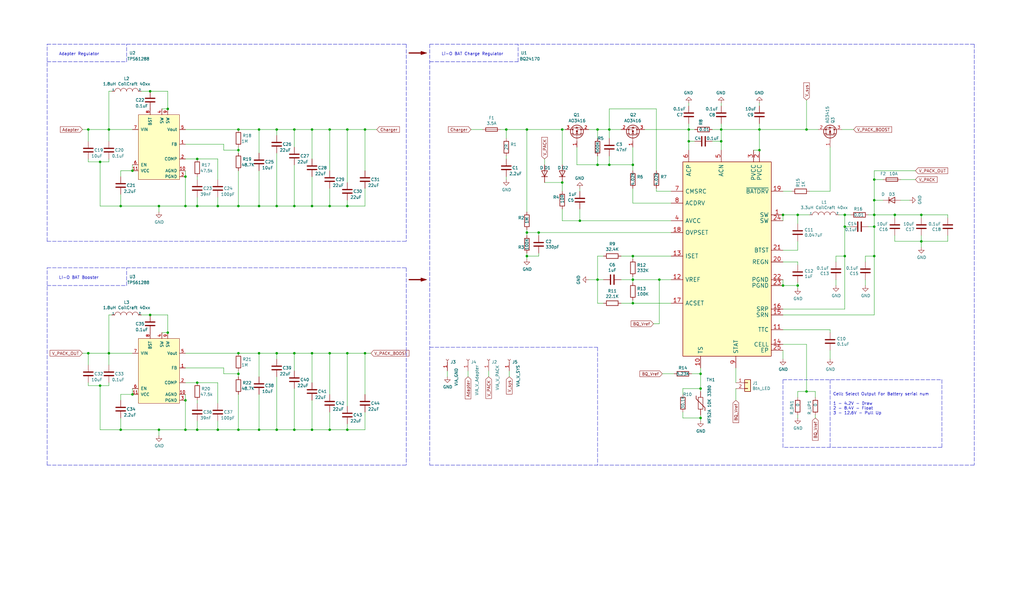
<source format=kicad_sch>
(kicad_sch (version 20211123) (generator eeschema)
  (paper "User" 441.808 259.41)
  (junction (at 46.99 55.88))
  (junction (at 80.01 76.2))
  (junction (at 327.66 55.88))
  (junction (at 72.39 143.51))
  (junction (at 257.81 120.65))
  (junction (at 242.57 55.88))
  (junction (at 142.24 55.88))
  (junction (at 273.05 120.65))
  (junction (at 102.87 161.29))
  (junction (at 52.07 88.9))
  (junction (at 297.18 55.88))
  (junction (at 377.19 86.36))
  (junction (at 134.62 88.9))
  (junction (at 386.08 92.71))
  (junction (at 273.05 110.49))
  (junction (at 149.86 55.88))
  (junction (at 242.57 78.74))
  (junction (at 64.77 135.89))
  (junction (at 347.98 168.91))
  (junction (at 119.38 55.88))
  (junction (at 157.48 152.4))
  (junction (at 93.98 88.9))
  (junction (at 46.99 152.4))
  (junction (at 102.87 55.88))
  (junction (at 102.87 64.77))
  (junction (at 119.38 88.9))
  (junction (at 262.89 71.12))
  (junction (at 93.98 185.42))
  (junction (at 57.15 170.18))
  (junction (at 227.33 110.49))
  (junction (at 227.33 100.33))
  (junction (at 397.51 92.71))
  (junction (at 157.48 55.88))
  (junction (at 38.1 152.4))
  (junction (at 302.26 167.64))
  (junction (at 68.58 88.9))
  (junction (at 142.24 185.42))
  (junction (at 397.51 104.14))
  (junction (at 327.66 64.77))
  (junction (at 43.18 166.37))
  (junction (at 102.87 88.9))
  (junction (at 52.07 185.42))
  (junction (at 134.62 55.88))
  (junction (at 134.62 185.42))
  (junction (at 134.62 152.4))
  (junction (at 218.44 55.88))
  (junction (at 262.89 55.88))
  (junction (at 68.58 185.42))
  (junction (at 127 88.9))
  (junction (at 337.82 123.19))
  (junction (at 111.76 185.42))
  (junction (at 284.48 120.65))
  (junction (at 344.17 92.71))
  (junction (at 227.33 55.88))
  (junction (at 250.19 95.25))
  (junction (at 347.98 55.88))
  (junction (at 364.49 92.71))
  (junction (at 85.09 88.9))
  (junction (at 311.15 55.88))
  (junction (at 72.39 46.99))
  (junction (at 377.19 92.71))
  (junction (at 257.81 55.88))
  (junction (at 43.18 69.85))
  (junction (at 64.77 39.37))
  (junction (at 80.01 172.72))
  (junction (at 344.17 123.19))
  (junction (at 111.76 88.9))
  (junction (at 85.09 165.1))
  (junction (at 111.76 152.4))
  (junction (at 377.19 77.47))
  (junction (at 127 185.42))
  (junction (at 377.19 97.79))
  (junction (at 102.87 185.42))
  (junction (at 364.49 97.79))
  (junction (at 149.86 185.42))
  (junction (at 80.01 185.42))
  (junction (at 297.18 60.96))
  (junction (at 311.15 60.96))
  (junction (at 142.24 152.4))
  (junction (at 119.38 185.42))
  (junction (at 85.09 185.42))
  (junction (at 364.49 110.49))
  (junction (at 80.01 88.9))
  (junction (at 377.19 110.49))
  (junction (at 302.26 161.29))
  (junction (at 127 152.4))
  (junction (at 149.86 152.4))
  (junction (at 149.86 88.9))
  (junction (at 102.87 152.4))
  (junction (at 85.09 68.58))
  (junction (at 337.82 92.71))
  (junction (at 302.26 180.34))
  (junction (at 273.05 71.12))
  (junction (at 119.38 152.4))
  (junction (at 127 55.88))
  (junction (at 111.76 55.88))
  (junction (at 232.41 100.33))
  (junction (at 273.05 130.81))
  (junction (at 257.81 71.12))
  (junction (at 142.24 88.9))
  (junction (at 57.15 73.66))
  (junction (at 38.1 55.88))
  (wire (pts (xy 344.17 179.07) (xy 344.17 180.34)))
  (wire (pts (xy 80.01 170.18) (xy 80.01 172.72)))
  (wire (pts (xy 85.09 172.72) (xy 85.09 173.99)))
  (wire (pts (xy 397.51 104.14) (xy 408.94 104.14)))
  (wire (pts (xy 364.49 97.79) (xy 367.03 97.79)))
  (wire (pts (xy 218.44 76.2) (xy 218.44 77.47)))
  (wire (pts (xy 227.33 109.22) (xy 227.33 110.49)))
  (polyline (pts (xy 20.32 104.14) (xy 20.32 19.05)))
  (wire (pts (xy 257.81 67.31) (xy 257.81 71.12)))
  (wire (pts (xy 102.87 64.77) (xy 102.87 66.04)))
  (wire (pts (xy 311.15 53.34) (xy 311.15 55.88)))
  (wire (pts (xy 327.66 53.34) (xy 327.66 55.88)))
  (wire (pts (xy 102.87 55.88) (xy 111.76 55.88)))
  (wire (pts (xy 102.87 73.66) (xy 102.87 88.9)))
  (wire (pts (xy 102.87 160.02) (xy 102.87 161.29)))
  (wire (pts (xy 262.89 55.88) (xy 262.89 46.99)))
  (wire (pts (xy 48.26 135.89) (xy 46.99 135.89)))
  (wire (pts (xy 254 55.88) (xy 257.81 55.88)))
  (wire (pts (xy 219.71 160.02) (xy 219.71 162.56)))
  (polyline (pts (xy 20.32 200.66) (xy 20.32 115.57)))
  (wire (pts (xy 80.01 62.23) (xy 96.52 62.23)))
  (wire (pts (xy 267.97 120.65) (xy 273.05 120.65)))
  (wire (pts (xy 257.81 59.69) (xy 257.81 55.88)))
  (wire (pts (xy 344.17 104.14) (xy 344.17 107.95)))
  (wire (pts (xy 262.89 67.31) (xy 262.89 71.12)))
  (wire (pts (xy 232.41 109.22) (xy 232.41 110.49)))
  (wire (pts (xy 38.1 165.1) (xy 38.1 166.37)))
  (wire (pts (xy 302.26 167.64) (xy 294.64 167.64)))
  (wire (pts (xy 363.22 55.88) (xy 368.3 55.88)))
  (wire (pts (xy 201.93 160.02) (xy 201.93 162.56)))
  (wire (pts (xy 119.38 154.94) (xy 119.38 152.4)))
  (wire (pts (xy 283.21 46.99) (xy 283.21 73.66)))
  (wire (pts (xy 297.18 53.34) (xy 297.18 55.88)))
  (wire (pts (xy 127 55.88) (xy 134.62 55.88)))
  (polyline (pts (xy 337.82 163.83) (xy 406.4 163.83)))
  (wire (pts (xy 358.14 142.24) (xy 358.14 143.51)))
  (wire (pts (xy 38.1 166.37) (xy 43.18 166.37)))
  (wire (pts (xy 232.41 100.33) (xy 232.41 101.6)))
  (wire (pts (xy 337.82 92.71) (xy 337.82 95.25)))
  (wire (pts (xy 242.57 55.88) (xy 242.57 71.12)))
  (wire (pts (xy 227.33 55.88) (xy 227.33 91.44)))
  (polyline (pts (xy 54.61 123.19) (xy 54.61 115.57)))
  (wire (pts (xy 227.33 99.06) (xy 227.33 100.33)))
  (wire (pts (xy 297.18 55.88) (xy 299.72 55.88)))
  (wire (pts (xy 284.48 139.7) (xy 284.48 120.65)))
  (wire (pts (xy 337.82 92.71) (xy 344.17 92.71)))
  (wire (pts (xy 57.15 71.12) (xy 57.15 73.66)))
  (wire (pts (xy 284.48 120.65) (xy 289.56 120.65)))
  (wire (pts (xy 254 120.65) (xy 257.81 120.65)))
  (wire (pts (xy 349.25 82.55) (xy 358.14 82.55)))
  (wire (pts (xy 57.15 170.18) (xy 52.07 170.18)))
  (wire (pts (xy 142.24 88.9) (xy 134.62 88.9)))
  (wire (pts (xy 157.48 73.66) (xy 157.48 55.88)))
  (wire (pts (xy 273.05 119.38) (xy 273.05 120.65)))
  (wire (pts (xy 262.89 71.12) (xy 273.05 71.12)))
  (wire (pts (xy 381 86.36) (xy 377.19 86.36)))
  (wire (pts (xy 127 160.02) (xy 127 152.4)))
  (wire (pts (xy 325.12 64.77) (xy 327.66 64.77)))
  (wire (pts (xy 347.98 55.88) (xy 353.06 55.88)))
  (wire (pts (xy 232.41 110.49) (xy 227.33 110.49)))
  (wire (pts (xy 386.08 93.98) (xy 386.08 92.71)))
  (wire (pts (xy 35.56 55.88) (xy 38.1 55.88)))
  (wire (pts (xy 227.33 55.88) (xy 242.57 55.88)))
  (wire (pts (xy 285.75 161.29) (xy 290.83 161.29)))
  (wire (pts (xy 52.07 88.9) (xy 68.58 88.9)))
  (wire (pts (xy 351.79 179.07) (xy 351.79 180.34)))
  (wire (pts (xy 242.57 55.88) (xy 243.84 55.88)))
  (wire (pts (xy 273.05 130.81) (xy 289.56 130.81)))
  (wire (pts (xy 111.76 170.18) (xy 111.76 185.42)))
  (wire (pts (xy 377.19 135.89) (xy 337.82 135.89)))
  (wire (pts (xy 111.76 55.88) (xy 111.76 66.04)))
  (wire (pts (xy 193.04 160.02) (xy 193.04 162.56)))
  (wire (pts (xy 142.24 185.42) (xy 134.62 185.42)))
  (wire (pts (xy 297.18 60.96) (xy 297.18 64.77)))
  (wire (pts (xy 38.1 55.88) (xy 46.99 55.88)))
  (wire (pts (xy 134.62 165.1) (xy 134.62 152.4)))
  (wire (pts (xy 60.96 39.37) (xy 64.77 39.37)))
  (wire (pts (xy 257.81 55.88) (xy 262.89 55.88)))
  (wire (pts (xy 364.49 110.49) (xy 364.49 133.35)))
  (wire (pts (xy 119.38 55.88) (xy 127 55.88)))
  (polyline (pts (xy 406.4 193.04) (xy 337.82 193.04)))
  (wire (pts (xy 52.07 185.42) (xy 68.58 185.42)))
  (wire (pts (xy 250.19 95.25) (xy 289.56 95.25)))
  (wire (pts (xy 119.38 88.9) (xy 111.76 88.9)))
  (wire (pts (xy 157.48 81.28) (xy 157.48 88.9)))
  (wire (pts (xy 273.05 120.65) (xy 273.05 121.92)))
  (polyline (pts (xy 185.42 26.67) (xy 223.52 26.67)))
  (wire (pts (xy 278.13 55.88) (xy 297.18 55.88)))
  (wire (pts (xy 257.81 110.49) (xy 257.81 120.65)))
  (polyline (pts (xy 185.42 149.86) (xy 257.81 149.86)))
  (wire (pts (xy 248.92 71.12) (xy 257.81 71.12)))
  (wire (pts (xy 111.76 152.4) (xy 111.76 162.56)))
  (wire (pts (xy 386.08 101.6) (xy 386.08 104.14)))
  (wire (pts (xy 68.58 88.9) (xy 68.58 91.44)))
  (wire (pts (xy 64.77 39.37) (xy 72.39 39.37)))
  (wire (pts (xy 102.87 152.4) (xy 111.76 152.4)))
  (wire (pts (xy 142.24 81.28) (xy 142.24 88.9)))
  (wire (pts (xy 119.38 66.04) (xy 119.38 88.9)))
  (wire (pts (xy 119.38 152.4) (xy 127 152.4)))
  (wire (pts (xy 157.48 177.8) (xy 157.48 185.42)))
  (wire (pts (xy 262.89 46.99) (xy 283.21 46.99)))
  (wire (pts (xy 327.66 64.77) (xy 327.66 55.88)))
  (wire (pts (xy 377.19 97.79) (xy 377.19 92.71)))
  (wire (pts (xy 311.15 60.96) (xy 311.15 64.77)))
  (wire (pts (xy 248.92 63.5) (xy 248.92 71.12)))
  (wire (pts (xy 386.08 92.71) (xy 397.51 92.71)))
  (wire (pts (xy 85.09 185.42) (xy 80.01 185.42)))
  (wire (pts (xy 64.77 135.89) (xy 72.39 135.89)))
  (wire (pts (xy 273.05 111.76) (xy 273.05 110.49)))
  (wire (pts (xy 408.94 101.6) (xy 408.94 104.14)))
  (wire (pts (xy 85.09 181.61) (xy 85.09 185.42)))
  (polyline (pts (xy 20.32 200.66) (xy 175.26 200.66)))
  (wire (pts (xy 48.26 39.37) (xy 46.99 39.37)))
  (wire (pts (xy 234.95 68.58) (xy 234.95 71.12)))
  (wire (pts (xy 377.19 73.66) (xy 394.97 73.66)))
  (wire (pts (xy 157.48 185.42) (xy 149.86 185.42)))
  (polyline (pts (xy 185.42 19.05) (xy 185.42 200.66)))
  (wire (pts (xy 43.18 69.85) (xy 43.18 88.9)))
  (wire (pts (xy 80.01 152.4) (xy 102.87 152.4)))
  (polyline (pts (xy 20.32 104.14) (xy 175.26 104.14)))
  (wire (pts (xy 102.87 170.18) (xy 102.87 185.42)))
  (wire (pts (xy 381 77.47) (xy 377.19 77.47)))
  (wire (pts (xy 344.17 123.19) (xy 344.17 121.92)))
  (wire (pts (xy 43.18 166.37) (xy 46.99 166.37)))
  (wire (pts (xy 80.01 76.2) (xy 80.01 88.9)))
  (wire (pts (xy 281.94 139.7) (xy 284.48 139.7)))
  (wire (pts (xy 344.17 168.91) (xy 344.17 171.45)))
  (wire (pts (xy 46.99 68.58) (xy 46.99 69.85)))
  (wire (pts (xy 93.98 88.9) (xy 85.09 88.9)))
  (polyline (pts (xy 20.32 123.19) (xy 54.61 123.19)))
  (wire (pts (xy 157.48 152.4) (xy 160.02 152.4)))
  (wire (pts (xy 377.19 77.47) (xy 377.19 86.36)))
  (wire (pts (xy 234.95 78.74) (xy 242.57 78.74)))
  (wire (pts (xy 134.62 55.88) (xy 142.24 55.88)))
  (wire (pts (xy 307.34 55.88) (xy 311.15 55.88)))
  (wire (pts (xy 298.45 161.29) (xy 302.26 161.29)))
  (wire (pts (xy 149.86 152.4) (xy 157.48 152.4)))
  (wire (pts (xy 267.97 130.81) (xy 273.05 130.81)))
  (wire (pts (xy 360.68 110.49) (xy 364.49 110.49)))
  (wire (pts (xy 344.17 92.71) (xy 344.17 96.52)))
  (wire (pts (xy 337.82 120.65) (xy 337.82 123.19)))
  (wire (pts (xy 46.99 152.4) (xy 57.15 152.4)))
  (wire (pts (xy 80.01 165.1) (xy 85.09 165.1)))
  (wire (pts (xy 358.14 151.13) (xy 358.14 154.94)))
  (wire (pts (xy 111.76 73.66) (xy 111.76 88.9)))
  (wire (pts (xy 80.01 73.66) (xy 80.01 76.2)))
  (wire (pts (xy 364.49 92.71) (xy 364.49 97.79)))
  (wire (pts (xy 377.19 86.36) (xy 377.19 92.71)))
  (wire (pts (xy 344.17 92.71) (xy 349.25 92.71)))
  (wire (pts (xy 210.82 160.02) (xy 210.82 162.56)))
  (wire (pts (xy 377.19 110.49) (xy 377.19 135.89)))
  (wire (pts (xy 273.05 110.49) (xy 289.56 110.49)))
  (wire (pts (xy 273.05 71.12) (xy 273.05 63.5)))
  (wire (pts (xy 337.82 142.24) (xy 358.14 142.24)))
  (wire (pts (xy 43.18 88.9) (xy 52.07 88.9)))
  (wire (pts (xy 317.5 172.72) (xy 317.5 167.64)))
  (wire (pts (xy 408.94 92.71) (xy 408.94 93.98)))
  (wire (pts (xy 72.39 135.89) (xy 72.39 143.51)))
  (wire (pts (xy 157.48 170.18) (xy 157.48 152.4)))
  (wire (pts (xy 215.9 55.88) (xy 218.44 55.88)))
  (wire (pts (xy 364.49 92.71) (xy 367.03 92.71)))
  (wire (pts (xy 227.33 110.49) (xy 227.33 111.76)))
  (wire (pts (xy 327.66 45.72) (xy 327.66 44.45)))
  (wire (pts (xy 344.17 107.95) (xy 337.82 107.95)))
  (wire (pts (xy 149.86 185.42) (xy 142.24 185.42)))
  (wire (pts (xy 134.62 76.2) (xy 134.62 88.9)))
  (wire (pts (xy 52.07 180.34) (xy 52.07 185.42)))
  (polyline (pts (xy 185.42 19.05) (xy 420.37 19.05)))
  (wire (pts (xy 347.98 168.91) (xy 344.17 168.91)))
  (polyline (pts (xy 257.81 149.86) (xy 257.81 200.66)))
  (wire (pts (xy 142.24 73.66) (xy 142.24 55.88)))
  (wire (pts (xy 38.1 55.88) (xy 38.1 60.96)))
  (wire (pts (xy 262.89 59.69) (xy 262.89 55.88)))
  (wire (pts (xy 203.2 55.88) (xy 208.28 55.88)))
  (wire (pts (xy 38.1 152.4) (xy 46.99 152.4)))
  (wire (pts (xy 317.5 158.75) (xy 317.5 165.1)))
  (wire (pts (xy 85.09 165.1) (xy 93.98 165.1)))
  (polyline (pts (xy 175.26 19.05) (xy 175.26 104.14)))
  (wire (pts (xy 85.09 68.58) (xy 93.98 68.58)))
  (wire (pts (xy 149.86 78.74) (xy 149.86 55.88)))
  (wire (pts (xy 38.1 152.4) (xy 38.1 157.48)))
  (wire (pts (xy 307.34 60.96) (xy 311.15 60.96)))
  (wire (pts (xy 377.19 97.79) (xy 377.19 110.49)))
  (wire (pts (xy 111.76 152.4) (xy 119.38 152.4)))
  (wire (pts (xy 327.66 55.88) (xy 347.98 55.88)))
  (wire (pts (xy 347.98 55.88) (xy 347.98 43.18)))
  (wire (pts (xy 360.68 113.03) (xy 360.68 110.49)))
  (wire (pts (xy 273.05 87.63) (xy 289.56 87.63)))
  (wire (pts (xy 227.33 100.33) (xy 227.33 101.6)))
  (wire (pts (xy 85.09 88.9) (xy 80.01 88.9)))
  (wire (pts (xy 294.64 167.64) (xy 294.64 170.18)))
  (wire (pts (xy 142.24 55.88) (xy 149.86 55.88)))
  (wire (pts (xy 294.64 177.8) (xy 294.64 180.34)))
  (wire (pts (xy 388.62 86.36) (xy 392.43 86.36)))
  (wire (pts (xy 257.81 130.81) (xy 260.35 130.81)))
  (wire (pts (xy 360.68 120.65) (xy 360.68 123.19)))
  (wire (pts (xy 273.05 81.28) (xy 273.05 87.63)))
  (wire (pts (xy 43.18 185.42) (xy 52.07 185.42)))
  (wire (pts (xy 142.24 177.8) (xy 142.24 185.42)))
  (wire (pts (xy 96.52 64.77) (xy 102.87 64.77)))
  (polyline (pts (xy 20.32 115.57) (xy 175.26 115.57)))
  (wire (pts (xy 46.99 39.37) (xy 46.99 55.88)))
  (wire (pts (xy 52.07 83.82) (xy 52.07 88.9)))
  (wire (pts (xy 397.51 104.14) (xy 397.51 106.68)))
  (wire (pts (xy 242.57 95.25) (xy 250.19 95.25)))
  (wire (pts (xy 250.19 82.55) (xy 250.19 81.28)))
  (wire (pts (xy 257.81 71.12) (xy 262.89 71.12)))
  (wire (pts (xy 157.48 88.9) (xy 149.86 88.9)))
  (wire (pts (xy 119.38 185.42) (xy 111.76 185.42)))
  (wire (pts (xy 57.15 73.66) (xy 52.07 73.66)))
  (wire (pts (xy 273.05 71.12) (xy 273.05 73.66)))
  (wire (pts (xy 302.26 161.29) (xy 302.26 167.64)))
  (polyline (pts (xy 358.14 163.83) (xy 358.14 193.04)))
  (wire (pts (xy 80.01 185.42) (xy 68.58 185.42)))
  (wire (pts (xy 388.62 77.47) (xy 394.97 77.47)))
  (wire (pts (xy 302.26 180.34) (xy 302.26 179.07)))
  (wire (pts (xy 96.52 62.23) (xy 96.52 64.77)))
  (wire (pts (xy 218.44 55.88) (xy 227.33 55.88)))
  (wire (pts (xy 364.49 133.35) (xy 337.82 133.35)))
  (wire (pts (xy 337.82 148.59) (xy 347.98 148.59)))
  (wire (pts (xy 80.01 55.88) (xy 102.87 55.88)))
  (wire (pts (xy 302.26 167.64) (xy 302.26 168.91)))
  (wire (pts (xy 43.18 166.37) (xy 43.18 185.42)))
  (wire (pts (xy 127 167.64) (xy 127 185.42)))
  (wire (pts (xy 134.62 152.4) (xy 142.24 152.4)))
  (wire (pts (xy 149.86 86.36) (xy 149.86 88.9)))
  (wire (pts (xy 46.99 165.1) (xy 46.99 166.37)))
  (wire (pts (xy 351.79 168.91) (xy 351.79 171.45)))
  (wire (pts (xy 377.19 77.47) (xy 377.19 73.66)))
  (wire (pts (xy 119.38 88.9) (xy 127 88.9)))
  (wire (pts (xy 297.18 45.72) (xy 297.18 44.45)))
  (wire (pts (xy 260.35 120.65) (xy 257.81 120.65)))
  (wire (pts (xy 294.64 180.34) (xy 302.26 180.34)))
  (wire (pts (xy 93.98 185.42) (xy 102.87 185.42)))
  (wire (pts (xy 242.57 90.17) (xy 242.57 95.25)))
  (wire (pts (xy 297.18 55.88) (xy 297.18 60.96)))
  (wire (pts (xy 311.15 55.88) (xy 311.15 60.96)))
  (wire (pts (xy 60.96 135.89) (xy 64.77 135.89)))
  (wire (pts (xy 361.95 92.71) (xy 364.49 92.71)))
  (wire (pts (xy 373.38 120.65) (xy 373.38 123.19)))
  (wire (pts (xy 218.44 55.88) (xy 218.44 59.69)))
  (wire (pts (xy 142.24 152.4) (xy 149.86 152.4)))
  (polyline (pts (xy 54.61 26.67) (xy 54.61 19.05)))
  (polyline (pts (xy 406.4 163.83) (xy 406.4 193.04)))
  (wire (pts (xy 149.86 182.88) (xy 149.86 185.42)))
  (wire (pts (xy 102.87 161.29) (xy 102.87 162.56)))
  (wire (pts (xy 397.51 92.71) (xy 408.94 92.71)))
  (wire (pts (xy 38.1 69.85) (xy 43.18 69.85)))
  (wire (pts (xy 250.19 90.17) (xy 250.19 95.25)))
  (wire (pts (xy 232.41 100.33) (xy 289.56 100.33)))
  (wire (pts (xy 134.62 68.58) (xy 134.62 55.88)))
  (wire (pts (xy 68.58 185.42) (xy 68.58 187.96)))
  (wire (pts (xy 142.24 170.18) (xy 142.24 152.4)))
  (wire (pts (xy 46.99 55.88) (xy 46.99 60.96)))
  (wire (pts (xy 127 71.12) (xy 127 88.9)))
  (wire (pts (xy 273.05 129.54) (xy 273.05 130.81)))
  (wire (pts (xy 69.85 143.51) (xy 72.39 143.51)))
  (wire (pts (xy 85.09 76.2) (xy 85.09 77.47)))
  (wire (pts (xy 134.62 185.42) (xy 127 185.42)))
  (wire (pts (xy 93.98 181.61) (xy 93.98 185.42)))
  (wire (pts (xy 102.87 88.9) (xy 111.76 88.9)))
  (wire (pts (xy 302.26 180.34) (xy 302.26 181.61)))
  (wire (pts (xy 344.17 113.03) (xy 344.17 114.3)))
  (wire (pts (xy 373.38 113.03) (xy 373.38 110.49)))
  (wire (pts (xy 43.18 69.85) (xy 46.99 69.85)))
  (polyline (pts (xy 20.32 26.67) (xy 54.61 26.67)))
  (wire (pts (xy 52.07 170.18) (xy 52.07 172.72)))
  (wire (pts (xy 46.99 55.88) (xy 57.15 55.88)))
  (wire (pts (xy 374.65 97.79) (xy 377.19 97.79)))
  (wire (pts (xy 93.98 165.1) (xy 93.98 173.99)))
  (wire (pts (xy 38.1 68.58) (xy 38.1 69.85)))
  (wire (pts (xy 80.01 172.72) (xy 80.01 185.42)))
  (wire (pts (xy 134.62 172.72) (xy 134.62 185.42)))
  (polyline (pts (xy 223.52 26.67) (xy 223.52 19.05)))
  (wire (pts (xy 119.38 58.42) (xy 119.38 55.88)))
  (wire (pts (xy 102.87 185.42) (xy 111.76 185.42)))
  (wire (pts (xy 283.21 82.55) (xy 289.56 82.55)))
  (wire (pts (xy 302.26 161.29) (xy 302.26 158.75)))
  (wire (pts (xy 242.57 78.74) (xy 242.57 82.55)))
  (wire (pts (xy 157.48 55.88) (xy 162.56 55.88)))
  (wire (pts (xy 337.82 123.19) (xy 344.17 123.19)))
  (wire (pts (xy 93.98 85.09) (xy 93.98 88.9)))
  (wire (pts (xy 149.86 55.88) (xy 157.48 55.88)))
  (wire (pts (xy 127 152.4) (xy 134.62 152.4)))
  (polyline (pts (xy 20.32 19.05) (xy 175.26 19.05)))
  (polyline (pts (xy 337.82 193.04) (xy 337.82 163.83)))
  (wire (pts (xy 337.82 113.03) (xy 344.17 113.03)))
  (wire (pts (xy 111.76 55.88) (xy 119.38 55.88)))
  (wire (pts (xy 267.97 110.49) (xy 273.05 110.49)))
  (wire (pts (xy 69.85 46.99) (xy 72.39 46.99)))
  (wire (pts (xy 52.07 73.66) (xy 52.07 76.2)))
  (wire (pts (xy 218.44 67.31) (xy 218.44 68.58)))
  (wire (pts (xy 344.17 124.46) (xy 344.17 123.19)))
  (wire (pts (xy 386.08 104.14) (xy 397.51 104.14)))
  (wire (pts (xy 93.98 88.9) (xy 102.87 88.9)))
  (wire (pts (xy 311.15 45.72) (xy 311.15 44.45)))
  (wire (pts (xy 364.49 97.79) (xy 364.49 110.49)))
  (wire (pts (xy 72.39 39.37) (xy 72.39 46.99)))
  (wire (pts (xy 46.99 135.89) (xy 46.99 152.4)))
  (wire (pts (xy 134.62 88.9) (xy 127 88.9)))
  (wire (pts (xy 96.52 158.75) (xy 96.52 161.29)))
  (wire (pts (xy 273.05 120.65) (xy 284.48 120.65)))
  (wire (pts (xy 377.19 92.71) (xy 374.65 92.71)))
  (wire (pts (xy 93.98 185.42) (xy 85.09 185.42)))
  (wire (pts (xy 299.72 60.96) (xy 297.18 60.96)))
  (wire (pts (xy 80.01 158.75) (xy 96.52 158.75)))
  (wire (pts (xy 227.33 100.33) (xy 232.41 100.33)))
  (polyline (pts (xy 185.42 200.66) (xy 420.37 200.66)))
  (wire (pts (xy 46.99 152.4) (xy 46.99 157.48)))
  (wire (pts (xy 149.86 175.26) (xy 149.86 152.4)))
  (polyline (pts (xy 175.26 115.57) (xy 175.26 200.66)))
  (wire (pts (xy 80.01 88.9) (xy 68.58 88.9)))
  (wire (pts (xy 57.15 167.64) (xy 57.15 170.18)))
  (wire (pts (xy 260.35 110.49) (xy 257.81 110.49)))
  (wire (pts (xy 397.51 101.6) (xy 397.51 104.14)))
  (wire (pts (xy 80.01 68.58) (xy 85.09 68.58)))
  (wire (pts (xy 102.87 63.5) (xy 102.87 64.77)))
  (wire (pts (xy 85.09 85.09) (xy 85.09 88.9)))
  (wire (pts (xy 96.52 161.29) (xy 102.87 161.29)))
  (wire (pts (xy 257.81 120.65) (xy 257.81 130.81)))
  (wire (pts (xy 119.38 162.56) (xy 119.38 185.42)))
  (wire (pts (xy 327.66 55.88) (xy 311.15 55.88)))
  (wire (pts (xy 347.98 148.59) (xy 347.98 168.91)))
  (wire (pts (xy 373.38 110.49) (xy 377.19 110.49)))
  (wire (pts (xy 337.82 151.13) (xy 337.82 154.94)))
  (wire (pts (xy 347.98 168.91) (xy 351.79 168.91)))
  (wire (pts (xy 149.86 88.9) (xy 142.24 88.9)))
  (wire (pts (xy 35.56 152.4) (xy 38.1 152.4)))
  (wire (pts (xy 397.51 93.98) (xy 397.51 92.71)))
  (wire (pts (xy 337.82 82.55) (xy 341.63 82.55)))
  (wire (pts (xy 358.14 82.55) (xy 358.14 63.5)))
  (wire (pts (xy 93.98 68.58) (xy 93.98 77.47)))
  (wire (pts (xy 127 63.5) (xy 127 55.88)))
  (wire (pts (xy 119.38 185.42) (xy 127 185.42)))
  (wire (pts (xy 283.21 81.28) (xy 283.21 82.55)))
  (wire (pts (xy 262.89 55.88) (xy 267.97 55.88)))
  (wire (pts (xy 377.19 92.71) (xy 386.08 92.71)))
  (polyline (pts (xy 420.37 19.05) (xy 420.37 200.66)))
  (text "Cell: Select Output For Battery serial num\n\n1 - 4.2V - Draw\n2 - 8.4V - Float \n3 - 12.6V - Pull Up" (at 359.41 179.07 0) (effects (font (size 1.27 1.27)) (justify left bottom)))
  (text "Adapter Regulator" (at 25.4 24.13 0) (effects (font (size 1.27 1.27)) (justify left bottom)))
  (text "LI-O BAT Booster" (at 25.4 120.65 0) (effects (font (size 1.27 1.27)) (justify left bottom)))
  (text "Li-O BAT Charge Regulator" (at 190.5 24.13 0) (effects (font (size 1.27 1.27)) (justify left bottom)))
  (global_label "Charger" (shape input) (at 162.56 55.88 0) (property "Intersheet References" "${INTERSHEET_REFS}" (effects hide)))
  (global_label "V_PACK" (shape input) (at 210.82 162.56 270) (property "Intersheet References" "${INTERSHEET_REFS}" (effects hide)))
  (global_label "V_sys" (shape input) (at 347.98 43.18 90) (property "Intersheet References" "${INTERSHEET_REFS}" (effects hide)))
  (global_label "BQ_Vref" (shape input) (at 351.79 180.34 270) (property "Intersheet References" "${INTERSHEET_REFS}" (effects hide)))
  (global_label "V_PACK_BOOST" (shape input) (at 368.3 55.88 0) (property "Intersheet References" "${INTERSHEET_REFS}" (effects hide)))
  (global_label "BQ_Vref" (shape input) (at 281.94 139.7 180) (property "Intersheet References" "${INTERSHEET_REFS}" (effects hide)))
  (global_label "Adapter" (shape input) (at 35.56 55.88 180) (property "Intersheet References" "${INTERSHEET_REFS}" (effects hide)))
  (global_label "Charger" (shape input) (at 203.2 55.88 180) (property "Intersheet References" "${INTERSHEET_REFS}" (effects hide)))
  (global_label "V_PACK_BOOST" (shape input) (at 160.02 152.4 0) (property "Intersheet References" "${INTERSHEET_REFS}" (effects hide)))
  (global_label "V_sys" (shape input) (at 219.71 162.56 270) (property "Intersheet References" "${INTERSHEET_REFS}" (effects hide)))
  (global_label "V_PACK_OUT" (shape input) (at 35.56 152.4 180) (property "Intersheet References" "${INTERSHEET_REFS}" (effects hide)))
  (global_label "BQ_Vref" (shape input) (at 285.75 161.29 180) (property "Intersheet References" "${INTERSHEET_REFS}" (effects hide)))
  (global_label "V_PACK_OUT" (shape input) (at 394.97 73.66 0) (property "Intersheet References" "${INTERSHEET_REFS}" (effects hide)))
  (global_label "V_PACK" (shape input) (at 234.95 68.58 90) (property "Intersheet References" "${INTERSHEET_REFS}" (effects hide)))
  (global_label "V_PACK" (shape input) (at 394.97 77.47 0) (property "Intersheet References" "${INTERSHEET_REFS}" (effects hide)))
  (global_label "BQ_Vref" (shape input) (at 317.5 172.72 270) (property "Intersheet References" "${INTERSHEET_REFS}" (effects hide)))
  (global_label "Adapter" (shape input) (at 201.93 162.56 270) (property "Intersheet References" "${INTERSHEET_REFS}" (effects hide)))
  (symbol (lib_id "BQ24170:BQ24170") (at 313.69 110.49 0) (unit 1)
    (property "Reference" "U1" (at 226.06 22.86 0))
    (property "Value" "BQ24170" (at 228.6 25.4 0))
    (property "Footprint" "BQ24170RGYT:BQ24170RGYT" (effects hide))
  )
  (symbol (lib_id "Device:Q_NMOS_GSD") (at 248.92 58.42 90) (unit 1)
    (property "Reference" "Q1" (at 250.19 49.53 90) (effects (justify left)))
    (property "Value" "AO3416" (at 252.73 52.07 90) (effects (justify left)))
    (property "Footprint" "Package_TO_SOT_SMD:SOT-23" (effects hide))
  )
  (symbol (lib_id "Device:R") (at 294.64 173.99 0) (unit 1)
    (property "Reference" "R10" (at 294.64 170.18 0) (effects (justify left)))
    (property "Value" "30.1K" (at 294.64 176.53 90) (effects (justify left)))
    (property "Footprint" "Resistor_SMD:R_0402_1005Metric" (effects hide))
  )
  (symbol (lib_id "Device:Q_NMOS_GSD") (at 273.05 58.42 270) (mirror x) (unit 1)
    (property "Reference" "Q2" (at 271.78 49.53 90) (effects (justify left)))
    (property "Value" "AO3416" (at 269.24 52.07 90) (effects (justify left)))
    (property "Footprint" "Package_TO_SOT_SMD:SOT-23" (effects hide))
  )
  (symbol (lib_id "Device:Q_PMOS_GSD") (at 358.14 58.42 270) (mirror x) (unit 1)
    (property "Reference" "Q3" (at 359.3084 53.2384 0) (effects (justify left)))
    (property "Value" "AO3415" (at 356.997 53.2384 0) (effects (justify left)))
    (property "Footprint" "Package_TO_SOT_SMD:SOT-23" (effects hide))
  )
  (symbol (lib_id "power:GND") (at 392.43 86.36 90) (unit 1)
    (property "Reference" "#PWR04" (effects hide))
    (property "Value" "GND" (at 396.8242 86.233 0))
  )
  (symbol (lib_id "Device:Fuse") (at 384.81 77.47 90) (unit 1)
    (property "Reference" "F2" (at 382.27 74.93 90) (effects (justify left)))
    (property "Value" "10A" (at 387.35 74.93 90) (effects (justify left)))
    (property "Footprint" "Fuse:Fuse_0603_1608Metric" (effects hide))
  )
  (symbol (lib_id "Device:Thermistor") (at 302.26 173.99 0) (unit 1)
    (property "Reference" "TH1" (at 304.8 163.83 0) (effects (justify left)))
    (property "Value" "MF52A 10K 3380" (at 306.07 182.88 90) (effects (justify left)))
    (property "Footprint" "Resistor_THT:R_Axial_DIN0204_L3.6mm_D1.6mm_P1.90mm_Vertical" (effects hide))
  )
  (symbol (lib_id "Device:D") (at 384.81 86.36 0) (unit 1)
    (property "Reference" "D3" (at 384.81 83.82 0))
    (property "Value" "D" (at 381 83.82 0))
    (property "Footprint" "Diode_SMD:D_0603_1608Metric" (effects hide))
  )
  (symbol (lib_id "Device:Fuse") (at 212.09 55.88 90) (unit 1)
    (property "Reference" "F1" (at 212.09 50.8762 90))
    (property "Value" "3.5A" (at 212.09 53.1876 90))
    (property "Footprint" "Fuse:Fuse_0603_1608Metric" (effects hide))
  )
  (symbol (lib_id "Device:R") (at 218.44 63.5 180) (unit 1)
    (property "Reference" "R1" (at 220.218 62.3316 0) (effects (justify right)))
    (property "Value" "2R" (at 218.44 64.77 90) (effects (justify right)))
    (property "Footprint" "Resistor_SMD:R_0402_1005Metric" (effects hide))
  )
  (symbol (lib_id "Device:C") (at 218.44 72.39 180) (unit 1)
    (property "Reference" "C1" (at 220.98 72.39 0) (effects (justify right)))
    (property "Value" "2.2uF" (at 219.71 74.93 0) (effects (justify right)))
    (property "Footprint" "Capacitor_SMD:C_0402_1005Metric" (effects hide))
  )
  (symbol (lib_id "Device:R") (at 227.33 95.25 180) (unit 1)
    (property "Reference" "R2" (at 223.52 93.98 0) (effects (justify right)))
    (property "Value" "1M" (at 227.33 96.52 90) (effects (justify right)))
    (property "Footprint" "Resistor_SMD:R_0402_1005Metric" (effects hide))
  )
  (symbol (lib_id "Device:R") (at 227.33 105.41 180) (unit 1)
    (property "Reference" "R3" (at 223.52 106.68 0) (effects (justify right)))
    (property "Value" "100K" (at 227.33 107.95 90) (effects (justify right)))
    (property "Footprint" "Resistor_SMD:R_0402_1005Metric" (effects hide))
  )
  (symbol (lib_id "Device:C") (at 327.66 49.53 0) (unit 1)
    (property "Reference" "C9" (at 325.12 49.53 0) (effects (justify right)))
    (property "Value" "10uF" (at 326.39 46.99 0) (effects (justify right)))
    (property "Footprint" "Capacitor_SMD:C_0805_2012Metric" (effects hide))
  )
  (symbol (lib_id "Device:C") (at 232.41 105.41 180) (unit 1)
    (property "Reference" "C2" (at 235.331 104.2416 0) (effects (justify right)))
    (property "Value" "330pF" (at 235.331 106.553 0) (effects (justify right)))
    (property "Footprint" "Resistor_SMD:R_0402_1005Metric" (effects hide))
  )
  (symbol (lib_id "power:GND") (at 193.04 162.56 0) (unit 1)
    (property "Reference" "#PWR02" (effects hide))
    (property "Value" "GND" (at 193.167 166.9542 0))
  )
  (symbol (lib_id "Device:D") (at 234.95 74.93 90) (unit 1)
    (property "Reference" "D1" (at 236.22 72.39 90))
    (property "Value" "D" (at 233.68 72.39 90))
    (property "Footprint" "Diode_SMD:D_0603_1608Metric" (effects hide))
  )
  (symbol (lib_id "Device:D") (at 242.57 74.93 90) (unit 1)
    (property "Reference" "D2" (at 243.84 72.39 90))
    (property "Value" "D" (at 241.3 72.39 90))
    (property "Footprint" "Diode_SMD:D_0603_1608Metric" (effects hide))
  )
  (symbol (lib_id "Device:R") (at 242.57 86.36 0) (unit 1)
    (property "Reference" "R4" (at 241.3 85.09 0) (effects (justify right)))
    (property "Value" "10R" (at 242.57 83.82 90) (effects (justify right)))
    (property "Footprint" "Resistor_SMD:R_0402_1005Metric" (effects hide))
  )
  (symbol (lib_id "Device:R") (at 257.81 63.5 180) (unit 1)
    (property "Reference" "R5" (at 257.81 59.69 0) (effects (justify right)))
    (property "Value" "500K" (at 257.81 66.04 90) (effects (justify right)))
    (property "Footprint" "Resistor_SMD:R_0402_1005Metric" (effects hide))
  )
  (symbol (lib_id "Device:C") (at 262.89 63.5 180) (unit 1)
    (property "Reference" "C3" (at 265.811 62.3316 0) (effects (justify right)))
    (property "Value" "47nF" (at 265.811 64.643 0) (effects (justify right)))
    (property "Footprint" "Capacitor_SMD:C_0402_1005Metric" (effects hide))
  )
  (symbol (lib_id "Device:R") (at 273.05 77.47 180) (unit 1)
    (property "Reference" "R6" (at 274.828 76.3016 0) (effects (justify right)))
    (property "Value" "4.02K" (at 273.05 80.01 90) (effects (justify right)))
    (property "Footprint" "Resistor_SMD:R_0402_1005Metric" (effects hide))
  )
  (symbol (lib_id "Device:R") (at 283.21 77.47 180) (unit 1)
    (property "Reference" "R7" (at 284.988 76.3016 0) (effects (justify right)))
    (property "Value" "4.02K" (at 283.21 80.01 90) (effects (justify right)))
    (property "Footprint" "Resistor_SMD:R_0402_1005Metric" (effects hide))
  )
  (symbol (lib_id "Device:R") (at 303.53 55.88 270) (unit 1)
    (property "Reference" "R8" (at 302.3616 54.102 0) (effects (justify right)))
    (property "Value" "0.01" (at 306.07 55.88 90) (effects (justify right)))
    (property "Footprint" "Resistor_SMD:R_0805_2012Metric" (effects hide))
  )
  (symbol (lib_id "Device:C") (at 303.53 60.96 90) (unit 1)
    (property "Reference" "C4" (at 299.72 59.69 90) (effects (justify right)))
    (property "Value" "0.1uF" (at 304.8 59.69 90) (effects (justify right)))
    (property "Footprint" "Capacitor_SMD:C_0402_1005Metric" (effects hide))
  )
  (symbol (lib_id "Connector:Conn_01x01_Female") (at 193.04 154.94 90) (unit 1)
    (property "Reference" "J3" (at 194.31 156.21 90) (effects (justify right)))
    (property "Value" "VIA_GND" (at 196.85 158.75 0) (effects (justify right)))
    (property "Footprint" "MountingHole:MountingHole_2.2mm_M2_Pad_Via" (effects hide))
  )
  (symbol (lib_id "Device:R") (at 345.44 82.55 90) (unit 1)
    (property "Reference" "R15" (at 344.2716 80.772 0) (effects (justify left)))
    (property "Value" "1K" (at 346.583 80.772 0) (effects (justify left)))
    (property "Footprint" "Resistor_SMD:R_0402_1005Metric" (effects hide))
  )
  (symbol (lib_id "Device:C") (at 344.17 100.33 0) (unit 1)
    (property "Reference" "C11" (at 347.091 99.1616 0) (effects (justify left)))
    (property "Value" "0.047uF" (at 347.091 101.473 0) (effects (justify left)))
    (property "Footprint" "Capacitor_SMD:C_0402_1005Metric" (effects hide))
  )
  (symbol (lib_id "Device:C") (at 38.1 161.29 180) (unit 1)
    (property "Reference" "C32" (at 40.64 161.29 0) (effects (justify right)))
    (property "Value" "10uF" (at 39.37 163.83 0) (effects (justify right)))
    (property "Footprint" "Capacitor_SMD:C_0603_1608Metric" (effects hide))
  )
  (symbol (lib_id "Device:C") (at 46.99 161.29 180) (unit 1)
    (property "Reference" "C33" (at 49.53 161.29 0) (effects (justify right)))
    (property "Value" "0.1uF" (at 48.26 163.83 0) (effects (justify right)))
    (property "Footprint" "Capacitor_SMD:C_0402_1005Metric" (effects hide))
  )
  (symbol (lib_id "pspice:INDUCTOR") (at 54.61 135.89 0) (unit 1)
    (property "Reference" "L3" (at 54.61 130.429 0))
    (property "Value" "1.8uH CoilCraft 40xx" (at 54.61 132.7404 0))
    (property "Footprint" "Inductor_SMD:L_Coilcraft_XxL4020" (effects hide))
  )
  (symbol (lib_id "Device:C") (at 64.77 139.7 180) (unit 1)
    (property "Reference" "C35" (at 58.42 139.7 0) (effects (justify right)))
    (property "Value" "0.1uF" (at 58.42 142.24 0) (effects (justify right)))
    (property "Footprint" "Capacitor_SMD:C_0402_1005Metric" (effects hide))
  )
  (symbol (lib_id "TPS61288:TPS61288") (at 68.58 160.02 0) (unit 1)
    (property "Reference" "U3" (at 57.15 119.38 0))
    (property "Value" "TPS61288" (at 59.69 121.92 0))
    (property "Footprint" "TPS61288:TPS61288" (effects hide))
  )
  (symbol (lib_id "Device:C") (at 52.07 176.53 180) (unit 1)
    (property "Reference" "C34" (at 54.61 176.53 0) (effects (justify right)))
    (property "Value" "2.2uF" (at 53.34 179.07 0) (effects (justify right)))
    (property "Footprint" "Capacitor_SMD:C_0402_1005Metric" (effects hide))
  )
  (symbol (lib_id "power:GND") (at 68.58 187.96 0) (unit 1)
    (property "Reference" "#PWR017" (effects hide))
    (property "Value" "GND" (at 68.707 192.3542 0))
  )
  (symbol (lib_id "Device:R") (at 85.09 168.91 180) (unit 1)
    (property "Reference" "R20" (at 86.868 167.7416 0) (effects (justify right)))
    (property "Value" "47.5k" (at 86.36 170.18 0) (effects (justify right)))
    (property "Footprint" "Resistor_SMD:R_0402_1005Metric" (effects hide))
  )
  (symbol (lib_id "Device:C") (at 85.09 177.8 180) (unit 1)
    (property "Reference" "C36" (at 87.63 177.8 0) (effects (justify right)))
    (property "Value" "39nF" (at 86.36 180.34 0) (effects (justify right)))
    (property "Footprint" "Capacitor_SMD:C_0402_1005Metric" (effects hide))
  )
  (symbol (lib_id "Device:C") (at 93.98 177.8 180) (unit 1)
    (property "Reference" "C37" (at 96.52 177.8 0) (effects (justify right)))
    (property "Value" "100pF" (at 95.25 180.34 0) (effects (justify right)))
    (property "Footprint" "Capacitor_SMD:C_0402_1005Metric" (effects hide))
  )
  (symbol (lib_id "Device:R") (at 102.87 156.21 180) (unit 1)
    (property "Reference" "R21" (at 104.648 155.0416 0) (effects (justify right)))
    (property "Value" "1M" (at 104.14 157.48 0) (effects (justify right)))
    (property "Footprint" "Resistor_SMD:R_0402_1005Metric" (effects hide))
  )
  (symbol (lib_id "Device:R") (at 102.87 166.37 180) (unit 1)
    (property "Reference" "R22" (at 104.648 165.2016 0) (effects (justify right)))
    (property "Value" "48.7K" (at 104.14 167.64 0) (effects (justify right)))
    (property "Footprint" "Resistor_SMD:R_0402_1005Metric" (effects hide))
  )
  (symbol (lib_id "Device:C") (at 111.76 166.37 180) (unit 1)
    (property "Reference" "C38" (at 114.3 166.37 0) (effects (justify right)))
    (property "Value" "10uF" (at 113.03 168.91 0) (effects (justify right)))
    (property "Footprint" "Capacitor_SMD:C_0603_1608Metric" (effects hide))
  )
  (symbol (lib_id "Device:C") (at 119.38 158.75 180) (unit 1)
    (property "Reference" "C39" (at 121.92 158.75 0) (effects (justify right)))
    (property "Value" "22uF" (at 120.65 161.29 0) (effects (justify right)))
    (property "Footprint" "Capacitor_SMD:C_0805_2012Metric" (effects hide))
  )
  (symbol (lib_id "Device:C") (at 127 163.83 180) (unit 1)
    (property "Reference" "C40" (at 129.54 163.83 0) (effects (justify right)))
    (property "Value" "22uF" (at 128.27 166.37 0) (effects (justify right)))
    (property "Footprint" "Capacitor_SMD:C_0805_2012Metric" (effects hide))
  )
  (symbol (lib_id "Device:C") (at 134.62 168.91 180) (unit 1)
    (property "Reference" "C41" (at 137.16 168.91 0) (effects (justify right)))
    (property "Value" "22uF" (at 135.89 171.45 0) (effects (justify right)))
    (property "Footprint" "Capacitor_SMD:C_0805_2012Metric" (effects hide))
  )
  (symbol (lib_id "Device:C") (at 142.24 173.99 180) (unit 1)
    (property "Reference" "C42" (at 144.78 173.99 0) (effects (justify right)))
    (property "Value" "22uF" (at 143.51 176.53 0) (effects (justify right)))
    (property "Footprint" "Capacitor_SMD:C_0805_2012Metric" (effects hide))
  )
  (symbol (lib_id "Device:C") (at 149.86 179.07 180) (unit 1)
    (property "Reference" "C43" (at 152.4 179.07 0) (effects (justify right)))
    (property "Value" "22uF" (at 151.13 181.61 0) (effects (justify right)))
    (property "Footprint" "Capacitor_SMD:C_0805_2012Metric" (effects hide))
  )
  (symbol (lib_id "Device:C") (at 157.48 173.99 180) (unit 1)
    (property "Reference" "C44" (at 160.02 173.99 0) (effects (justify right)))
    (property "Value" "22uF" (at 158.75 176.53 0) (effects (justify right)))
    (property "Footprint" "Capacitor_SMD:C_0805_2012Metric" (effects hide))
  )
  (symbol (lib_id "power:GND") (at 344.17 124.46 0) (unit 1)
    (property "Reference" "#PWR011" (effects hide))
    (property "Value" "GND" (at 344.297 128.8542 0))
  )
  (symbol (lib_id "Connector:Conn_01x01_Female") (at 201.93 154.94 90) (unit 1)
    (property "Reference" "J4" (at 203.2 156.21 90) (effects (justify right)))
    (property "Value" "VIA_V_Adapter" (at 205.74 157.48 0) (effects (justify right)))
    (property "Footprint" "MountingHole:MountingHole_2.2mm_M2_Pad_Via" (effects hide))
  )
  (symbol (lib_id "Device:C") (at 344.17 118.11 0) (unit 1)
    (property "Reference" "C12" (at 347.091 116.9416 0) (effects (justify left)))
    (property "Value" "1uF" (at 347.091 119.253 0) (effects (justify left)))
    (property "Footprint" "Capacitor_SMD:C_0603_1608Metric" (effects hide))
  )
  (symbol (lib_id "Device:C") (at 250.19 86.36 0) (unit 1)
    (property "Reference" "C5" (at 247.65 86.36 0) (effects (justify right)))
    (property "Value" "1uF" (at 248.92 83.82 0) (effects (justify right)))
    (property "Footprint" "Capacitor_SMD:C_0603_1608Metric" (effects hide))
  )
  (symbol (lib_id "Device:C") (at 297.18 49.53 0) (unit 1)
    (property "Reference" "C7" (at 294.64 49.53 0) (effects (justify right)))
    (property "Value" "0.1uF" (at 295.91 46.99 0) (effects (justify right)))
    (property "Footprint" "Capacitor_SMD:C_0402_1005Metric" (effects hide))
  )
  (symbol (lib_id "Device:C") (at 311.15 49.53 0) (unit 1)
    (property "Reference" "C8" (at 308.61 49.53 0) (effects (justify right)))
    (property "Value" "0.1uF" (at 309.88 46.99 0) (effects (justify right)))
    (property "Footprint" "Capacitor_SMD:C_0402_1005Metric" (effects hide))
  )
  (symbol (lib_id "pspice:INDUCTOR") (at 355.6 92.71 0) (unit 1)
    (property "Reference" "L1" (at 355.6 87.249 0))
    (property "Value" "3.3uH CoilCraft 40xx" (at 355.6 89.5604 0))
    (property "Footprint" "Inductor_SMD:L_Coilcraft_XxL4020" (effects hide))
  )
  (symbol (lib_id "TPS61288:TPS61288") (at 68.58 63.5 0) (unit 1)
    (property "Reference" "U2" (at 57.15 22.86 0))
    (property "Value" "TPS61288" (at 59.69 25.4 0))
    (property "Footprint" "TPS61288:TPS61288" (effects hide))
  )
  (symbol (lib_id "Device:R") (at 370.84 92.71 270) (unit 1)
    (property "Reference" "R16" (at 368.3 90.17 90) (effects (justify left)))
    (property "Value" "0.01" (at 368.3 92.71 90) (effects (justify left)))
    (property "Footprint" "Resistor_SMD:R_0805_2012Metric" (effects hide))
  )
  (symbol (lib_id "Device:C") (at 370.84 97.79 270) (unit 1)
    (property "Reference" "C14" (at 365.76 96.52 90) (effects (justify left)))
    (property "Value" "0.1uF" (at 364.49 99.06 90) (effects (justify left)))
    (property "Footprint" "Capacitor_SMD:C_0402_1005Metric" (effects hide))
  )
  (symbol (lib_id "Device:R") (at 273.05 115.57 0) (unit 1)
    (property "Reference" "R12" (at 274.828 114.4016 0) (effects (justify left)))
    (property "Value" "232K" (at 274.828 116.713 0) (effects (justify left)))
    (property "Footprint" "Resistor_SMD:R_0402_1005Metric" (effects hide))
  )
  (symbol (lib_id "Device:R") (at 273.05 125.73 0) (unit 1)
    (property "Reference" "R13" (at 274.828 124.5616 0) (effects (justify left)))
    (property "Value" "100K" (at 274.828 126.873 0) (effects (justify left)))
    (property "Footprint" "Resistor_SMD:R_0402_1005Metric" (effects hide))
  )
  (symbol (lib_id "Device:R") (at 264.16 110.49 90) (unit 1)
    (property "Reference" "R9" (at 264.16 105.2322 90))
    (property "Value" "32.4K" (at 264.16 107.5436 90))
    (property "Footprint" "Resistor_SMD:R_0402_1005Metric" (effects hide))
  )
  (symbol (lib_id "Device:R") (at 264.16 130.81 90) (unit 1)
    (property "Reference" "R11" (at 264.16 125.5522 90))
    (property "Value" "22.1K" (at 264.16 127.8636 90))
    (property "Footprint" "Resistor_SMD:R_0402_1005Metric" (effects hide))
  )
  (symbol (lib_id "Device:C") (at 264.16 120.65 270) (unit 1)
    (property "Reference" "C6" (at 264.16 114.2492 90))
    (property "Value" "1uF" (at 264.16 116.5606 90))
    (property "Footprint" "Capacitor_SMD:C_0603_1608Metric" (effects hide))
  )
  (symbol (lib_id "power:GND") (at 358.14 154.94 0) (unit 1)
    (property "Reference" "#PWR023" (effects hide))
    (property "Value" "GND" (at 358.267 159.3342 0))
  )
  (symbol (lib_id "Device:C") (at 38.1 64.77 180) (unit 1)
    (property "Reference" "C19" (at 40.64 64.77 0) (effects (justify right)))
    (property "Value" "10uF" (at 39.37 67.31 0) (effects (justify right)))
    (property "Footprint" "Capacitor_SMD:C_0603_1608Metric" (effects hide))
  )
  (symbol (lib_id "Device:C") (at 360.68 116.84 180) (unit 1)
    (property "Reference" "C13" (at 357.759 118.0084 0) (effects (justify left)))
    (property "Value" "0.1uF" (at 357.759 115.697 0) (effects (justify left)))
    (property "Footprint" "Capacitor_SMD:C_0402_1005Metric" (effects hide))
  )
  (symbol (lib_id "Device:C") (at 373.38 116.84 180) (unit 1)
    (property "Reference" "C15" (at 370.459 118.0084 0) (effects (justify left)))
    (property "Value" "0.1uF" (at 370.459 115.697 0) (effects (justify left)))
    (property "Footprint" "Capacitor_SMD:C_0402_1005Metric" (effects hide))
  )
  (symbol (lib_id "Connector_Generic:Conn_01x02") (at 322.58 165.1 0) (unit 1)
    (property "Reference" "J1" (at 324.612 165.3032 0) (effects (justify left)))
    (property "Value" "Btn_LED" (at 324.612 167.6146 0) (effects (justify left)))
    (property "Footprint" "Connector_PinHeader_1.00mm:PinHeader_1x02_P1.00mm_Vertical" (effects hide))
  )
  (symbol (lib_id "power:GND") (at 360.68 123.19 0) (unit 1)
    (property "Reference" "#PWR012" (effects hide))
    (property "Value" "GND" (at 360.807 127.5842 0))
  )
  (symbol (lib_id "Device:C") (at 46.99 64.77 180) (unit 1)
    (property "Reference" "C20" (at 49.53 64.77 0) (effects (justify right)))
    (property "Value" "0.1uF" (at 48.26 67.31 0) (effects (justify right)))
    (property "Footprint" "Capacitor_SMD:C_0402_1005Metric" (effects hide))
  )
  (symbol (lib_id "power:GND") (at 68.58 91.44 0) (unit 1)
    (property "Reference" "#PWR016" (effects hide))
    (property "Value" "GND" (at 68.707 95.8342 0))
  )
  (symbol (lib_id "power:GND") (at 373.38 123.19 0) (unit 1)
    (property "Reference" "#PWR013" (effects hide))
    (property "Value" "GND" (at 373.507 127.5842 0))
  )
  (symbol (lib_id "Device:R") (at 294.64 161.29 90) (unit 1)
    (property "Reference" "R14" (at 294.64 158.75 90))
    (property "Value" "5.23K" (at 294.64 161.29 90))
    (property "Footprint" "Resistor_SMD:R_0402_1005Metric" (effects hide))
  )
  (symbol (lib_id "Device:C") (at 386.08 97.79 180) (unit 1)
    (property "Reference" "C16" (at 383.159 98.9584 0) (effects (justify left)))
    (property "Value" "10uF" (at 383.159 96.647 0) (effects (justify left)))
    (property "Footprint" "Capacitor_SMD:C_0805_2012Metric" (effects hide))
  )
  (symbol (lib_id "power:GND") (at 344.17 180.34 0) (unit 1)
    (property "Reference" "#PWR022" (effects hide))
    (property "Value" "GND" (at 344.297 184.7342 0))
  )
  (symbol (lib_id "Device:C") (at 397.51 97.79 180) (unit 1)
    (property "Reference" "C17" (at 394.589 98.9584 0) (effects (justify left)))
    (property "Value" "10uF" (at 394.589 96.647 0) (effects (justify left)))
    (property "Footprint" "Capacitor_SMD:C_0805_2012Metric" (effects hide))
  )
  (symbol (lib_id "power:GND") (at 397.51 106.68 0) (unit 1)
    (property "Reference" "#PWR014" (effects hide))
    (property "Value" "GND" (at 397.637 111.0742 0))
  )
  (symbol (lib_id "pspice:INDUCTOR") (at 54.61 39.37 0) (unit 1)
    (property "Reference" "L2" (at 54.61 33.909 0))
    (property "Value" "1.8uH CoilCraft 40xx" (at 54.61 36.2204 0))
    (property "Footprint" "Inductor_SMD:L_Coilcraft_XxL4020" (effects hide))
  )
  (symbol (lib_id "Device:C") (at 408.94 97.79 180) (unit 1)
    (property "Reference" "C18" (at 406.019 98.9584 0) (effects (justify left)))
    (property "Value" "0.1uF" (at 406.019 96.647 0) (effects (justify left)))
    (property "Footprint" "Capacitor_SMD:C_0603_1608Metric" (effects hide))
  )
  (symbol (lib_id "Device:R") (at 344.17 175.26 180) (unit 1)
    (property "Reference" "R_DN1" (at 341.63 172.72 90) (effects (justify left)))
    (property "Value" "0" (at 344.17 173.99 90) (effects (justify left)))
    (property "Footprint" "Resistor_SMD:R_0402_1005Metric" (effects hide))
  )
  (symbol (lib_id "Device:R") (at 351.79 175.26 180) (unit 1)
    (property "Reference" "R_UP1" (at 349.25 172.72 90) (effects (justify left)))
    (property "Value" "0" (at 351.79 173.99 90) (effects (justify left)))
    (property "Footprint" "Resistor_SMD:R_0402_1005Metric" (effects hide))
  )
  (symbol (lib_id "Connector:Conn_01x01_Female") (at 210.82 154.94 90) (unit 1)
    (property "Reference" "J2" (at 212.09 156.21 90) (effects (justify right)))
    (property "Value" "VIA_V_PACK" (at 214.63 157.48 0) (effects (justify right)))
    (property "Footprint" "MountingHole:MountingHole_2.2mm_M2_Pad_Via" (effects hide))
  )
  (symbol (lib_id "Device:C") (at 64.77 43.18 180) (unit 1)
    (property "Reference" "C22" (at 58.42 43.18 0) (effects (justify right)))
    (property "Value" "0.1uF" (at 58.42 45.72 0) (effects (justify right)))
    (property "Footprint" "Capacitor_SMD:C_0402_1005Metric" (effects hide))
  )
  (symbol (lib_id "Device:C") (at 52.07 80.01 180) (unit 1)
    (property "Reference" "C21" (at 54.61 80.01 0) (effects (justify right)))
    (property "Value" "2.2uF" (at 53.34 82.55 0) (effects (justify right)))
    (property "Footprint" "Capacitor_SMD:C_0402_1005Metric" (effects hide))
  )
  (symbol (lib_id "power:GND") (at 337.82 154.94 0) (unit 1)
    (property "Reference" "#PWR010" (effects hide))
    (property "Value" "GND" (at 337.947 159.3342 0))
  )
  (symbol (lib_id "Device:C") (at 358.14 147.32 0) (unit 1)
    (property "Reference" "C10" (at 361.061 146.1516 0) (effects (justify left)))
    (property "Value" "0.1uF" (at 361.061 148.463 0) (effects (justify left)))
    (property "Footprint" "Capacitor_SMD:C_0603_1608Metric" (effects hide))
  )
  (symbol (lib_id "Device:R") (at 85.09 72.39 180) (unit 1)
    (property "Reference" "R17" (at 86.868 71.2216 0) (effects (justify right)))
    (property "Value" "47.5k" (at 86.36 73.66 0) (effects (justify right)))
    (property "Footprint" "Resistor_SMD:R_0402_1005Metric" (effects hide))
  )
  (symbol (lib_id "Device:C") (at 85.09 81.28 180) (unit 1)
    (property "Reference" "C23" (at 87.63 81.28 0) (effects (justify right)))
    (property "Value" "39nF" (at 86.36 83.82 0) (effects (justify right)))
    (property "Footprint" "Capacitor_SMD:C_0402_1005Metric" (effects hide))
  )
  (symbol (lib_id "Connector:Conn_01x01_Female") (at 219.71 154.94 90) (unit 1)
    (property "Reference" "J5" (at 220.98 156.21 90) (effects (justify right)))
    (property "Value" "VIA_V_SYS" (at 223.52 157.48 0) (effects (justify right)))
    (property "Footprint" "MountingHole:MountingHole_2.2mm_M2_Pad_Via" (effects hide))
  )
  (symbol (lib_id "Device:C") (at 93.98 81.28 180) (unit 1)
    (property "Reference" "C24" (at 96.52 81.28 0) (effects (justify right)))
    (property "Value" "100pF" (at 95.25 83.82 0) (effects (justify right)))
    (property "Footprint" "Capacitor_SMD:C_0402_1005Metric" (effects hide))
  )
  (symbol (lib_id "Device:R") (at 102.87 59.69 180) (unit 1)
    (property "Reference" "R18" (at 104.648 58.5216 0) (effects (justify right)))
    (property "Value" "1M" (at 104.14 60.96 0) (effects (justify right)))
    (property "Footprint" "Resistor_SMD:R_0402_1005Metric" (effects hide))
  )
  (symbol (lib_id "Device:R") (at 102.87 69.85 180) (unit 1)
    (property "Reference" "R19" (at 104.648 68.6816 0) (effects (justify right)))
    (property "Value" "48.7K" (at 104.14 71.12 0) (effects (justify right)))
    (property "Footprint" "Resistor_SMD:R_0402_1005Metric" (effects hide))
  )
  (symbol (lib_id "Device:C") (at 111.76 69.85 180) (unit 1)
    (property "Reference" "C25" (at 114.3 69.85 0) (effects (justify right)))
    (property "Value" "10uF" (at 113.03 72.39 0) (effects (justify right)))
    (property "Footprint" "Capacitor_SMD:C_0603_1608Metric" (effects hide))
  )
  (symbol (lib_id "power:GND") (at 218.44 77.47 0) (unit 1)
    (property "Reference" "#PWR01" (effects hide))
    (property "Value" "GND" (at 218.567 81.8642 0))
  )
  (symbol (lib_id "power:GND") (at 227.33 111.76 0) (unit 1)
    (property "Reference" "#PWR03" (effects hide))
    (property "Value" "GND" (at 227.457 116.1542 0))
  )
  (symbol (lib_id "power:GND") (at 302.26 181.61 0) (unit 1)
    (property "Reference" "#PWR08" (effects hide))
    (property "Value" "GND" (at 302.387 186.0042 0))
  )
  (symbol (lib_id "power:GND") (at 297.18 44.45 180) (unit 1)
    (property "Reference" "#PWR07" (effects hide))
    (property "Value" "GND" (at 297.053 40.0558 0))
  )
  (symbol (lib_id "power:GND") (at 311.15 44.45 180) (unit 1)
    (property "Reference" "#PWR09" (effects hide))
    (property "Value" "GND" (at 311.023 40.0558 0))
  )
  (symbol (lib_id "power:GND") (at 327.66 44.45 180) (unit 1)
    (property "Reference" "#PWR015" (effects hide))
    (property "Value" "GND" (at 327.533 40.0558 0))
  )
  (symbol (lib_id "Graphic:SYM_Arrow_Large") (at 180.34 22.86 0) (unit 1)
    (property "Reference" "#SYM1" (effects hide))
    (property "Value" "SYM_Arrow_Large" (effects hide))
  )
  (symbol (lib_id "power:GND") (at 254 120.65 270) (unit 1)
    (property "Reference" "#PWR06" (effects hide))
    (property "Value" "GND" (at 249.6058 120.777 0))
  )
  (symbol (lib_id "Graphic:SYM_Arrow_Large") (at 180.34 120.65 0) (unit 1)
    (property "Reference" "#SYM2" (effects hide))
    (property "Value" "SYM_Arrow_Large" (effects hide))
  )
  (symbol (lib_id "power:GND") (at 250.19 81.28 180) (unit 1)
    (property "Reference" "#PWR05" (effects hide))
    (property "Value" "GND" (at 250.063 76.8858 0))
  )
  (symbol (lib_id "Device:C") (at 119.38 62.23 180) (unit 1)
    (property "Reference" "C26" (at 121.92 62.23 0) (effects (justify right)))
    (property "Value" "22uF" (at 120.65 64.77 0) (effects (justify right)))
    (property "Footprint" "Capacitor_SMD:C_0805_2012Metric" (effects hide))
  )
  (symbol (lib_id "Device:C") (at 127 67.31 180) (unit 1)
    (property "Reference" "C27" (at 129.54 67.31 0) (effects (justify right)))
    (property "Value" "22uF" (at 128.27 69.85 0) (effects (justify right)))
    (property "Footprint" "Capacitor_SMD:C_0805_2012Metric" (effects hide))
  )
  (symbol (lib_id "Device:C") (at 134.62 72.39 180) (unit 1)
    (property "Reference" "C28" (at 137.16 72.39 0) (effects (justify right)))
    (property "Value" "22uF" (at 135.89 74.93 0) (effects (justify right)))
    (property "Footprint" "Capacitor_SMD:C_0805_2012Metric" (effects hide))
  )
  (symbol (lib_id "Device:C") (at 142.24 77.47 180) (unit 1)
    (property "Reference" "C29" (at 144.78 77.47 0) (effects (justify right)))
    (property "Value" "22uF" (at 143.51 80.01 0) (effects (justify right)))
    (property "Footprint" "Capacitor_SMD:C_0805_2012Metric" (effects hide))
  )
  (symbol (lib_id "Device:C") (at 149.86 82.55 180) (unit 1)
    (property "Reference" "C30" (at 152.4 82.55 0) (effects (justify right)))
    (property "Value" "22uF" (at 151.13 85.09 0) (effects (justify right)))
    (property "Footprint" "Capacitor_SMD:C_0805_2012Metric" (effects hide))
  )
  (symbol (lib_id "Device:C") (at 157.48 77.47 180) (unit 1)
    (property "Reference" "C31" (at 160.02 77.47 0) (effects (justify right)))
    (property "Value" "22uF" (at 158.75 80.01 0) (effects (justify right)))
    (property "Footprint" "Capacitor_SMD:C_0805_2012Metric" (effects hide))
  )
)
</source>
